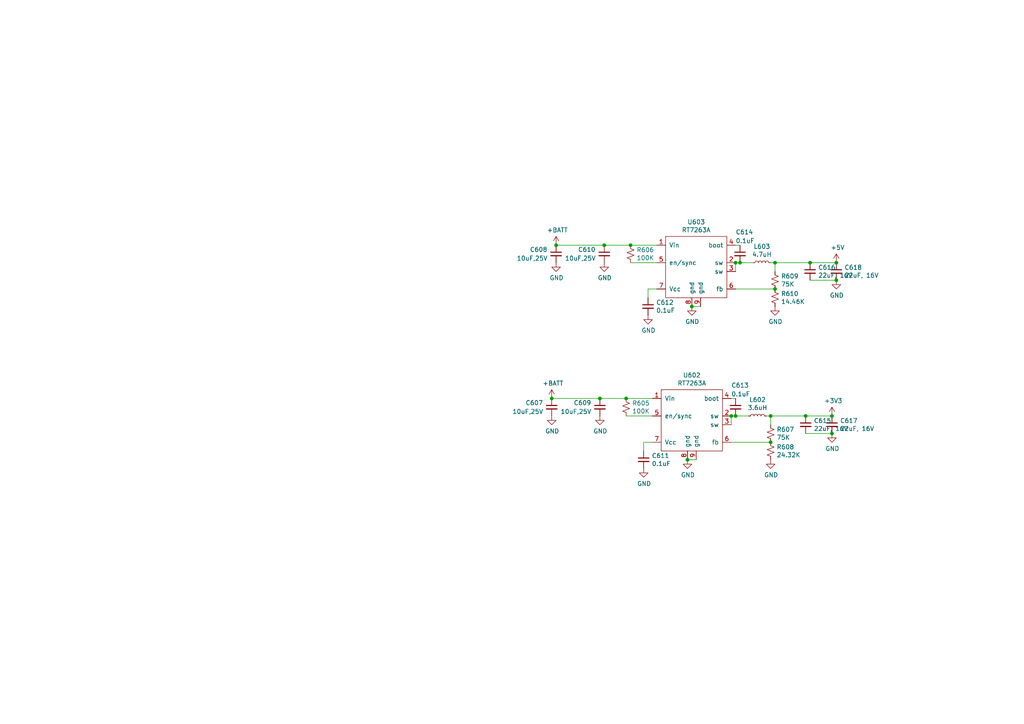
<source format=kicad_sch>
(kicad_sch (version 20210621) (generator eeschema)

  (uuid 69ba209c-e1b0-417f-ad66-52d32518dde4)

  (paper "A4")

  (lib_symbols
    (symbol "Device:C_Small" (pin_numbers hide) (pin_names (offset 0.254) hide) (in_bom yes) (on_board yes)
      (property "Reference" "C" (id 0) (at 0.254 1.778 0)
        (effects (font (size 1.27 1.27)) (justify left))
      )
      (property "Value" "C_Small" (id 1) (at 0.254 -2.032 0)
        (effects (font (size 1.27 1.27)) (justify left))
      )
      (property "Footprint" "" (id 2) (at 0 0 0)
        (effects (font (size 1.27 1.27)) hide)
      )
      (property "Datasheet" "~" (id 3) (at 0 0 0)
        (effects (font (size 1.27 1.27)) hide)
      )
      (property "ki_keywords" "capacitor cap" (id 4) (at 0 0 0)
        (effects (font (size 1.27 1.27)) hide)
      )
      (property "ki_description" "Unpolarized capacitor, small symbol" (id 5) (at 0 0 0)
        (effects (font (size 1.27 1.27)) hide)
      )
      (property "ki_fp_filters" "C_*" (id 6) (at 0 0 0)
        (effects (font (size 1.27 1.27)) hide)
      )
      (symbol "C_Small_0_1"
        (polyline
          (pts
            (xy -1.524 -0.508)
            (xy 1.524 -0.508)
          )
          (stroke (width 0.3302) (type default) (color 0 0 0 0))
          (fill (type none))
        )
        (polyline
          (pts
            (xy -1.524 0.508)
            (xy 1.524 0.508)
          )
          (stroke (width 0.3048) (type default) (color 0 0 0 0))
          (fill (type none))
        )
      )
      (symbol "C_Small_1_1"
        (pin passive line (at 0 2.54 270) (length 2.032)
          (name "~" (effects (font (size 1.27 1.27))))
          (number "1" (effects (font (size 1.27 1.27))))
        )
        (pin passive line (at 0 -2.54 90) (length 2.032)
          (name "~" (effects (font (size 1.27 1.27))))
          (number "2" (effects (font (size 1.27 1.27))))
        )
      )
    )
    (symbol "Device:L_Small" (pin_numbers hide) (pin_names (offset 0.254) hide) (in_bom yes) (on_board yes)
      (property "Reference" "L" (id 0) (at 0.762 1.016 0)
        (effects (font (size 1.27 1.27)) (justify left))
      )
      (property "Value" "L_Small" (id 1) (at 0.762 -1.016 0)
        (effects (font (size 1.27 1.27)) (justify left))
      )
      (property "Footprint" "" (id 2) (at 0 0 0)
        (effects (font (size 1.27 1.27)) hide)
      )
      (property "Datasheet" "~" (id 3) (at 0 0 0)
        (effects (font (size 1.27 1.27)) hide)
      )
      (property "ki_keywords" "inductor choke coil reactor magnetic" (id 4) (at 0 0 0)
        (effects (font (size 1.27 1.27)) hide)
      )
      (property "ki_description" "Inductor, small symbol" (id 5) (at 0 0 0)
        (effects (font (size 1.27 1.27)) hide)
      )
      (property "ki_fp_filters" "Choke_* *Coil* Inductor_* L_*" (id 6) (at 0 0 0)
        (effects (font (size 1.27 1.27)) hide)
      )
      (symbol "L_Small_0_1"
        (arc (start 0 -2.032) (mid 0.508 -1.524) (end 0 -1.016)
          (stroke (width 0) (type default) (color 0 0 0 0))
          (fill (type none))
        )
        (arc (start 0 -1.016) (mid 0.508 -0.508) (end 0 0)
          (stroke (width 0) (type default) (color 0 0 0 0))
          (fill (type none))
        )
        (arc (start 0 0) (mid 0.508 0.508) (end 0 1.016)
          (stroke (width 0) (type default) (color 0 0 0 0))
          (fill (type none))
        )
        (arc (start 0 1.016) (mid 0.508 1.524) (end 0 2.032)
          (stroke (width 0) (type default) (color 0 0 0 0))
          (fill (type none))
        )
      )
      (symbol "L_Small_1_1"
        (pin passive line (at 0 2.54 270) (length 0.508)
          (name "~" (effects (font (size 1.27 1.27))))
          (number "1" (effects (font (size 1.27 1.27))))
        )
        (pin passive line (at 0 -2.54 90) (length 0.508)
          (name "~" (effects (font (size 1.27 1.27))))
          (number "2" (effects (font (size 1.27 1.27))))
        )
      )
    )
    (symbol "Device:R_Small_US" (pin_numbers hide) (pin_names (offset 0.254) hide) (in_bom yes) (on_board yes)
      (property "Reference" "R" (id 0) (at 0.762 0.508 0)
        (effects (font (size 1.27 1.27)) (justify left))
      )
      (property "Value" "R_Small_US" (id 1) (at 0.762 -1.016 0)
        (effects (font (size 1.27 1.27)) (justify left))
      )
      (property "Footprint" "" (id 2) (at 0 0 0)
        (effects (font (size 1.27 1.27)) hide)
      )
      (property "Datasheet" "~" (id 3) (at 0 0 0)
        (effects (font (size 1.27 1.27)) hide)
      )
      (property "ki_keywords" "r resistor" (id 4) (at 0 0 0)
        (effects (font (size 1.27 1.27)) hide)
      )
      (property "ki_description" "Resistor, small US symbol" (id 5) (at 0 0 0)
        (effects (font (size 1.27 1.27)) hide)
      )
      (property "ki_fp_filters" "R_*" (id 6) (at 0 0 0)
        (effects (font (size 1.27 1.27)) hide)
      )
      (symbol "R_Small_US_1_1"
        (polyline
          (pts
            (xy 0 0)
            (xy 1.016 -0.381)
            (xy 0 -0.762)
            (xy -1.016 -1.143)
            (xy 0 -1.524)
          )
          (stroke (width 0) (type default) (color 0 0 0 0))
          (fill (type none))
        )
        (polyline
          (pts
            (xy 0 1.524)
            (xy 1.016 1.143)
            (xy 0 0.762)
            (xy -1.016 0.381)
            (xy 0 0)
          )
          (stroke (width 0) (type default) (color 0 0 0 0))
          (fill (type none))
        )
        (pin passive line (at 0 2.54 270) (length 1.016)
          (name "~" (effects (font (size 1.27 1.27))))
          (number "1" (effects (font (size 1.27 1.27))))
        )
        (pin passive line (at 0 -2.54 90) (length 1.016)
          (name "~" (effects (font (size 1.27 1.27))))
          (number "2" (effects (font (size 1.27 1.27))))
        )
      )
    )
    (symbol "holo:RT7263A" (pin_names (offset 1.016)) (in_bom yes) (on_board yes)
      (property "Reference" "U" (id 0) (at -2.54 15.24 0)
        (effects (font (size 1.27 1.27)))
      )
      (property "Value" "RT7263A" (id 1) (at 1.27 12.7 0)
        (effects (font (size 1.27 1.27)))
      )
      (property "Footprint" "" (id 2) (at 0 0 0)
        (effects (font (size 1.27 1.27)) hide)
      )
      (property "Datasheet" "" (id 3) (at 0 0 0)
        (effects (font (size 1.27 1.27)) hide)
      )
      (symbol "RT7263A_0_1"
        (rectangle (start -6.35 8.89) (end 11.43 -8.89)
          (stroke (width 0) (type default) (color 0 0 0 0))
          (fill (type none))
        )
      )
      (symbol "RT7263A_1_1"
        (pin power_in line (at -8.89 6.35 0) (length 2.54)
          (name "Vin" (effects (font (size 1.27 1.27))))
          (number "1" (effects (font (size 1.27 1.27))))
        )
        (pin power_in line (at 13.97 1.27 180) (length 2.54)
          (name "sw" (effects (font (size 1.27 1.27))))
          (number "2" (effects (font (size 1.27 1.27))))
        )
        (pin power_out line (at 13.97 -1.27 180) (length 2.54)
          (name "sw" (effects (font (size 1.27 1.27))))
          (number "3" (effects (font (size 1.27 1.27))))
        )
        (pin power_out line (at 13.97 6.35 180) (length 2.54)
          (name "boot" (effects (font (size 1.27 1.27))))
          (number "4" (effects (font (size 1.27 1.27))))
        )
        (pin power_out line (at -8.89 1.27 0) (length 2.54)
          (name "en/sync" (effects (font (size 1.27 1.27))))
          (number "5" (effects (font (size 1.27 1.27))))
        )
        (pin power_out line (at 13.97 -6.35 180) (length 2.54)
          (name "fb" (effects (font (size 1.27 1.27))))
          (number "6" (effects (font (size 1.27 1.27))))
        )
        (pin power_out line (at -8.89 -6.35 0) (length 2.54)
          (name "Vcc" (effects (font (size 1.27 1.27))))
          (number "7" (effects (font (size 1.27 1.27))))
        )
        (pin power_out line (at 1.27 -11.43 90) (length 2.54)
          (name "gnd" (effects (font (size 1.27 1.27))))
          (number "8" (effects (font (size 1.27 1.27))))
        )
        (pin power_out line (at 3.81 -11.43 90) (length 2.54)
          (name "gnd" (effects (font (size 1.27 1.27))))
          (number "9" (effects (font (size 1.27 1.27))))
        )
      )
    )
    (symbol "power:+3.3V" (power) (pin_names (offset 0)) (in_bom yes) (on_board yes)
      (property "Reference" "#PWR" (id 0) (at 0 -3.81 0)
        (effects (font (size 1.27 1.27)) hide)
      )
      (property "Value" "+3.3V" (id 1) (at 0 3.556 0)
        (effects (font (size 1.27 1.27)))
      )
      (property "Footprint" "" (id 2) (at 0 0 0)
        (effects (font (size 1.27 1.27)) hide)
      )
      (property "Datasheet" "" (id 3) (at 0 0 0)
        (effects (font (size 1.27 1.27)) hide)
      )
      (property "ki_keywords" "power-flag" (id 4) (at 0 0 0)
        (effects (font (size 1.27 1.27)) hide)
      )
      (property "ki_description" "Power symbol creates a global label with name \"+3.3V\"" (id 5) (at 0 0 0)
        (effects (font (size 1.27 1.27)) hide)
      )
      (symbol "+3.3V_0_1"
        (polyline
          (pts
            (xy -0.762 1.27)
            (xy 0 2.54)
          )
          (stroke (width 0) (type default) (color 0 0 0 0))
          (fill (type none))
        )
        (polyline
          (pts
            (xy 0 0)
            (xy 0 2.54)
          )
          (stroke (width 0) (type default) (color 0 0 0 0))
          (fill (type none))
        )
        (polyline
          (pts
            (xy 0 2.54)
            (xy 0.762 1.27)
          )
          (stroke (width 0) (type default) (color 0 0 0 0))
          (fill (type none))
        )
      )
      (symbol "+3.3V_1_1"
        (pin power_in line (at 0 0 90) (length 0) hide
          (name "+3V3" (effects (font (size 1.27 1.27))))
          (number "1" (effects (font (size 1.27 1.27))))
        )
      )
    )
    (symbol "power:+5V" (power) (pin_names (offset 0)) (in_bom yes) (on_board yes)
      (property "Reference" "#PWR" (id 0) (at 0 -3.81 0)
        (effects (font (size 1.27 1.27)) hide)
      )
      (property "Value" "+5V" (id 1) (at 0 3.556 0)
        (effects (font (size 1.27 1.27)))
      )
      (property "Footprint" "" (id 2) (at 0 0 0)
        (effects (font (size 1.27 1.27)) hide)
      )
      (property "Datasheet" "" (id 3) (at 0 0 0)
        (effects (font (size 1.27 1.27)) hide)
      )
      (property "ki_keywords" "power-flag" (id 4) (at 0 0 0)
        (effects (font (size 1.27 1.27)) hide)
      )
      (property "ki_description" "Power symbol creates a global label with name \"+5V\"" (id 5) (at 0 0 0)
        (effects (font (size 1.27 1.27)) hide)
      )
      (symbol "+5V_0_1"
        (polyline
          (pts
            (xy -0.762 1.27)
            (xy 0 2.54)
          )
          (stroke (width 0) (type default) (color 0 0 0 0))
          (fill (type none))
        )
        (polyline
          (pts
            (xy 0 0)
            (xy 0 2.54)
          )
          (stroke (width 0) (type default) (color 0 0 0 0))
          (fill (type none))
        )
        (polyline
          (pts
            (xy 0 2.54)
            (xy 0.762 1.27)
          )
          (stroke (width 0) (type default) (color 0 0 0 0))
          (fill (type none))
        )
      )
      (symbol "+5V_1_1"
        (pin power_in line (at 0 0 90) (length 0) hide
          (name "+5V" (effects (font (size 1.27 1.27))))
          (number "1" (effects (font (size 1.27 1.27))))
        )
      )
    )
    (symbol "power:+BATT" (power) (pin_names (offset 0)) (in_bom yes) (on_board yes)
      (property "Reference" "#PWR" (id 0) (at 0 -3.81 0)
        (effects (font (size 1.27 1.27)) hide)
      )
      (property "Value" "+BATT" (id 1) (at 0 3.556 0)
        (effects (font (size 1.27 1.27)))
      )
      (property "Footprint" "" (id 2) (at 0 0 0)
        (effects (font (size 1.27 1.27)) hide)
      )
      (property "Datasheet" "" (id 3) (at 0 0 0)
        (effects (font (size 1.27 1.27)) hide)
      )
      (property "ki_keywords" "power-flag battery" (id 4) (at 0 0 0)
        (effects (font (size 1.27 1.27)) hide)
      )
      (property "ki_description" "Power symbol creates a global label with name \"+BATT\"" (id 5) (at 0 0 0)
        (effects (font (size 1.27 1.27)) hide)
      )
      (symbol "+BATT_0_1"
        (polyline
          (pts
            (xy -0.762 1.27)
            (xy 0 2.54)
          )
          (stroke (width 0) (type default) (color 0 0 0 0))
          (fill (type none))
        )
        (polyline
          (pts
            (xy 0 0)
            (xy 0 2.54)
          )
          (stroke (width 0) (type default) (color 0 0 0 0))
          (fill (type none))
        )
        (polyline
          (pts
            (xy 0 2.54)
            (xy 0.762 1.27)
          )
          (stroke (width 0) (type default) (color 0 0 0 0))
          (fill (type none))
        )
      )
      (symbol "+BATT_1_1"
        (pin power_in line (at 0 0 90) (length 0) hide
          (name "+BATT" (effects (font (size 1.27 1.27))))
          (number "1" (effects (font (size 1.27 1.27))))
        )
      )
    )
    (symbol "power:GND" (power) (pin_names (offset 0)) (in_bom yes) (on_board yes)
      (property "Reference" "#PWR" (id 0) (at 0 -6.35 0)
        (effects (font (size 1.27 1.27)) hide)
      )
      (property "Value" "GND" (id 1) (at 0 -3.81 0)
        (effects (font (size 1.27 1.27)))
      )
      (property "Footprint" "" (id 2) (at 0 0 0)
        (effects (font (size 1.27 1.27)) hide)
      )
      (property "Datasheet" "" (id 3) (at 0 0 0)
        (effects (font (size 1.27 1.27)) hide)
      )
      (property "ki_keywords" "power-flag" (id 4) (at 0 0 0)
        (effects (font (size 1.27 1.27)) hide)
      )
      (property "ki_description" "Power symbol creates a global label with name \"GND\" , ground" (id 5) (at 0 0 0)
        (effects (font (size 1.27 1.27)) hide)
      )
      (symbol "GND_0_1"
        (polyline
          (pts
            (xy 0 0)
            (xy 0 -1.27)
            (xy 1.27 -1.27)
            (xy 0 -2.54)
            (xy -1.27 -1.27)
            (xy 0 -1.27)
          )
          (stroke (width 0) (type default) (color 0 0 0 0))
          (fill (type none))
        )
      )
      (symbol "GND_1_1"
        (pin power_in line (at 0 0 270) (length 0) hide
          (name "GND" (effects (font (size 1.27 1.27))))
          (number "1" (effects (font (size 1.27 1.27))))
        )
      )
    )
  )

  (junction (at 160.02 115.57) (diameter 0) (color 0 0 0 0))
  (junction (at 161.29 71.12) (diameter 0) (color 0 0 0 0))
  (junction (at 173.99 115.57) (diameter 0) (color 0 0 0 0))
  (junction (at 175.26 71.12) (diameter 0) (color 0 0 0 0))
  (junction (at 181.61 115.57) (diameter 0) (color 0 0 0 0))
  (junction (at 182.88 71.12) (diameter 0) (color 0 0 0 0))
  (junction (at 199.39 133.35) (diameter 0) (color 0 0 0 0))
  (junction (at 200.66 88.9) (diameter 0) (color 0 0 0 0))
  (junction (at 212.09 120.65) (diameter 0) (color 0 0 0 0))
  (junction (at 213.36 76.2) (diameter 0) (color 0 0 0 0))
  (junction (at 213.36 120.65) (diameter 0) (color 0 0 0 0))
  (junction (at 214.63 76.2) (diameter 0) (color 0 0 0 0))
  (junction (at 223.52 120.65) (diameter 0) (color 0 0 0 0))
  (junction (at 223.52 128.27) (diameter 0) (color 0 0 0 0))
  (junction (at 224.79 76.2) (diameter 0) (color 0 0 0 0))
  (junction (at 224.79 83.82) (diameter 0) (color 0 0 0 0))
  (junction (at 233.68 120.65) (diameter 0) (color 0 0 0 0))
  (junction (at 234.95 76.2) (diameter 0) (color 0 0 0 0))
  (junction (at 241.3 120.65) (diameter 0) (color 0 0 0 0))
  (junction (at 241.3 125.73) (diameter 0) (color 0 0 0 0))
  (junction (at 242.57 76.2) (diameter 0) (color 0 0 0 0))
  (junction (at 242.57 81.28) (diameter 0) (color 0 0 0 0))

  (wire (pts (xy 160.02 115.57) (xy 173.99 115.57))
    (stroke (width 0) (type default) (color 0 0 0 0))
    (uuid 7b8b49ed-494f-468b-91c2-1089b553a9ca)
  )
  (wire (pts (xy 173.99 115.57) (xy 181.61 115.57))
    (stroke (width 0) (type default) (color 0 0 0 0))
    (uuid ea4b9fcf-a72c-484c-a462-ed3b700f41b6)
  )
  (wire (pts (xy 175.26 71.12) (xy 161.29 71.12))
    (stroke (width 0) (type default) (color 0 0 0 0))
    (uuid a197c694-1bb5-453e-ae36-26307d95d6b0)
  )
  (wire (pts (xy 175.26 71.12) (xy 182.88 71.12))
    (stroke (width 0) (type default) (color 0 0 0 0))
    (uuid 487885de-c8e8-42b7-9343-817b7c8831e2)
  )
  (wire (pts (xy 181.61 115.57) (xy 189.23 115.57))
    (stroke (width 0) (type default) (color 0 0 0 0))
    (uuid d3c165d7-284e-4ed8-b4d1-375c39a802c1)
  )
  (wire (pts (xy 181.61 120.65) (xy 189.23 120.65))
    (stroke (width 0) (type default) (color 0 0 0 0))
    (uuid 335df8f3-3c70-4256-8958-3cc2705c9ab9)
  )
  (wire (pts (xy 182.88 71.12) (xy 190.5 71.12))
    (stroke (width 0) (type default) (color 0 0 0 0))
    (uuid 86c81648-4a71-4b47-a001-30d732297d58)
  )
  (wire (pts (xy 182.88 76.2) (xy 190.5 76.2))
    (stroke (width 0) (type default) (color 0 0 0 0))
    (uuid 9a9ec2b2-eb42-43d5-94ba-e6a7ae576247)
  )
  (wire (pts (xy 186.69 128.27) (xy 186.69 130.81))
    (stroke (width 0) (type default) (color 0 0 0 0))
    (uuid e3e68aa1-83a0-4d2a-872e-24957d685dc8)
  )
  (wire (pts (xy 187.96 83.82) (xy 187.96 86.36))
    (stroke (width 0) (type default) (color 0 0 0 0))
    (uuid 168f72b2-e5cf-4cf9-acbd-1cc7bd3b50ba)
  )
  (wire (pts (xy 189.23 128.27) (xy 186.69 128.27))
    (stroke (width 0) (type default) (color 0 0 0 0))
    (uuid f2fbbb43-cafa-4345-82f1-76b9ae2cb47a)
  )
  (wire (pts (xy 190.5 83.82) (xy 187.96 83.82))
    (stroke (width 0) (type default) (color 0 0 0 0))
    (uuid 435bfb5f-7c9a-4934-9238-68bdba5b9fdc)
  )
  (wire (pts (xy 199.39 133.35) (xy 201.93 133.35))
    (stroke (width 0) (type default) (color 0 0 0 0))
    (uuid 82490c91-c49c-40eb-aebe-7e6a00e9cc6f)
  )
  (wire (pts (xy 200.66 88.9) (xy 203.2 88.9))
    (stroke (width 0) (type default) (color 0 0 0 0))
    (uuid f20e4137-281e-4235-97fc-6760caa11526)
  )
  (wire (pts (xy 212.09 115.57) (xy 213.36 115.57))
    (stroke (width 0) (type default) (color 0 0 0 0))
    (uuid f4516f6b-b7e8-4143-b4ae-54ed2813fc92)
  )
  (wire (pts (xy 212.09 120.65) (xy 213.36 120.65))
    (stroke (width 0) (type default) (color 0 0 0 0))
    (uuid 7cf72008-9d40-4b73-a813-793c2b9e7a47)
  )
  (wire (pts (xy 212.09 123.19) (xy 212.09 120.65))
    (stroke (width 0) (type default) (color 0 0 0 0))
    (uuid 9c0902f6-e54c-4b21-8be7-997fa2655885)
  )
  (wire (pts (xy 212.09 128.27) (xy 223.52 128.27))
    (stroke (width 0) (type default) (color 0 0 0 0))
    (uuid a07bf67e-f821-4529-bb0a-5e9b52719cd4)
  )
  (wire (pts (xy 213.36 71.12) (xy 214.63 71.12))
    (stroke (width 0) (type default) (color 0 0 0 0))
    (uuid 26e18755-5ad9-4f20-b538-dd16513d2654)
  )
  (wire (pts (xy 213.36 76.2) (xy 214.63 76.2))
    (stroke (width 0) (type default) (color 0 0 0 0))
    (uuid 757d33f5-ad35-4909-bf96-c8ed930a2c11)
  )
  (wire (pts (xy 213.36 78.74) (xy 213.36 76.2))
    (stroke (width 0) (type default) (color 0 0 0 0))
    (uuid 71f74002-1810-490f-a8c1-7d73b1680ab4)
  )
  (wire (pts (xy 213.36 83.82) (xy 224.79 83.82))
    (stroke (width 0) (type default) (color 0 0 0 0))
    (uuid f6cc6d5c-ce55-4050-b749-aa6273077f1e)
  )
  (wire (pts (xy 213.36 120.65) (xy 217.17 120.65))
    (stroke (width 0) (type default) (color 0 0 0 0))
    (uuid bb9ac7c7-33f4-46b1-9a38-aaea41de5cd1)
  )
  (wire (pts (xy 214.63 76.2) (xy 218.44 76.2))
    (stroke (width 0) (type default) (color 0 0 0 0))
    (uuid cff8d008-df22-4929-acb2-0a6e32a13c51)
  )
  (wire (pts (xy 222.25 120.65) (xy 223.52 120.65))
    (stroke (width 0) (type default) (color 0 0 0 0))
    (uuid a89489ad-2886-405b-8ed7-5a6b5383c8b5)
  )
  (wire (pts (xy 223.52 76.2) (xy 224.79 76.2))
    (stroke (width 0) (type default) (color 0 0 0 0))
    (uuid e741d8a4-cec8-4d70-baf0-76cffcf40065)
  )
  (wire (pts (xy 223.52 120.65) (xy 233.68 120.65))
    (stroke (width 0) (type default) (color 0 0 0 0))
    (uuid e80f7e7d-3189-4fa0-8fbc-7347c4428fa1)
  )
  (wire (pts (xy 223.52 123.19) (xy 223.52 120.65))
    (stroke (width 0) (type default) (color 0 0 0 0))
    (uuid 216bf620-050c-4356-a018-e0d6504a36ba)
  )
  (wire (pts (xy 224.79 76.2) (xy 234.95 76.2))
    (stroke (width 0) (type default) (color 0 0 0 0))
    (uuid aa06681a-da07-44d7-a818-ce5e920a26a5)
  )
  (wire (pts (xy 224.79 78.74) (xy 224.79 76.2))
    (stroke (width 0) (type default) (color 0 0 0 0))
    (uuid 85733af8-0978-40ae-92b9-8eb3db0b0500)
  )
  (wire (pts (xy 233.68 120.65) (xy 241.3 120.65))
    (stroke (width 0) (type default) (color 0 0 0 0))
    (uuid 10ad4194-0882-435d-8243-5ff6dd54b589)
  )
  (wire (pts (xy 233.68 125.73) (xy 241.3 125.73))
    (stroke (width 0) (type default) (color 0 0 0 0))
    (uuid 657c7046-89b5-48ba-bfb9-8232dad77716)
  )
  (wire (pts (xy 234.95 76.2) (xy 242.57 76.2))
    (stroke (width 0) (type default) (color 0 0 0 0))
    (uuid bb8ffd64-fa04-4b20-8d2d-6d1c0d57ec70)
  )
  (wire (pts (xy 234.95 81.28) (xy 242.57 81.28))
    (stroke (width 0) (type default) (color 0 0 0 0))
    (uuid bf99726b-2869-42b3-a608-cced1c834743)
  )

  (symbol (lib_id "power:+BATT") (at 160.02 115.57 0) (unit 1)
    (in_bom yes) (on_board yes)
    (uuid 00000000-0000-0000-0000-000061d84461)
    (property "Reference" "#PWR0609" (id 0) (at 160.02 119.38 0)
      (effects (font (size 1.27 1.27)) hide)
    )
    (property "Value" "+BATT" (id 1) (at 160.401 111.1758 0))
    (property "Footprint" "" (id 2) (at 160.02 115.57 0)
      (effects (font (size 1.27 1.27)) hide)
    )
    (property "Datasheet" "" (id 3) (at 160.02 115.57 0)
      (effects (font (size 1.27 1.27)) hide)
    )
    (pin "1" (uuid 8a8495f2-ab6d-4645-bae7-99d10c00fb2a))
  )

  (symbol (lib_id "power:+BATT") (at 161.29 71.12 0) (unit 1)
    (in_bom yes) (on_board yes)
    (uuid 00000000-0000-0000-0000-000061d84867)
    (property "Reference" "#PWR0611" (id 0) (at 161.29 74.93 0)
      (effects (font (size 1.27 1.27)) hide)
    )
    (property "Value" "+BATT" (id 1) (at 161.671 66.7258 0))
    (property "Footprint" "" (id 2) (at 161.29 71.12 0)
      (effects (font (size 1.27 1.27)) hide)
    )
    (property "Datasheet" "" (id 3) (at 161.29 71.12 0)
      (effects (font (size 1.27 1.27)) hide)
    )
    (pin "1" (uuid 20d97a87-79b0-4bd2-a47b-5d908853a1f9))
  )

  (symbol (lib_id "power:+3.3V") (at 241.3 120.65 0) (unit 1)
    (in_bom yes) (on_board yes)
    (uuid 00000000-0000-0000-0000-000061d8353c)
    (property "Reference" "#PWR0621" (id 0) (at 241.3 124.46 0)
      (effects (font (size 1.27 1.27)) hide)
    )
    (property "Value" "+3.3V" (id 1) (at 241.681 116.2558 0))
    (property "Footprint" "" (id 2) (at 241.3 120.65 0)
      (effects (font (size 1.27 1.27)) hide)
    )
    (property "Datasheet" "" (id 3) (at 241.3 120.65 0)
      (effects (font (size 1.27 1.27)) hide)
    )
    (pin "1" (uuid 0fdfccbd-2cad-4f53-9c6c-d0aeda1f4617))
  )

  (symbol (lib_id "power:+5V") (at 242.57 76.2 0) (unit 1)
    (in_bom yes) (on_board yes)
    (uuid 00000000-0000-0000-0000-0000601201b8)
    (property "Reference" "#PWR0623" (id 0) (at 242.57 80.01 0)
      (effects (font (size 1.27 1.27)) hide)
    )
    (property "Value" "+5V" (id 1) (at 242.951 71.8058 0))
    (property "Footprint" "" (id 2) (at 242.57 76.2 0)
      (effects (font (size 1.27 1.27)) hide)
    )
    (property "Datasheet" "" (id 3) (at 242.57 76.2 0)
      (effects (font (size 1.27 1.27)) hide)
    )
    (pin "1" (uuid 6c988b0e-584f-42d3-862c-d3487c9ee8ea))
  )

  (symbol (lib_id "Device:L_Small") (at 219.71 120.65 90) (unit 1)
    (in_bom yes) (on_board yes)
    (uuid 00000000-0000-0000-0000-00005fb83d34)
    (property "Reference" "L602" (id 0) (at 219.71 115.951 90))
    (property "Value" "3.6uH" (id 1) (at 219.71 118.2624 90))
    (property "Footprint" "sub:NR8040" (id 2) (at 219.71 120.65 0)
      (effects (font (size 1.27 1.27)) hide)
    )
    (property "Datasheet" "587-1998-1-ND" (id 3) (at 219.71 120.65 0)
      (effects (font (size 1.27 1.27)) hide)
    )
    (pin "1" (uuid 6201ca1a-8a0b-4509-ba89-50fd0ae26a36))
    (pin "2" (uuid 624987fd-4060-4efa-8a24-0793051e5c7c))
  )

  (symbol (lib_id "Device:L_Small") (at 220.98 76.2 90) (unit 1)
    (in_bom yes) (on_board yes)
    (uuid 00000000-0000-0000-0000-000060117266)
    (property "Reference" "L603" (id 0) (at 220.98 71.501 90))
    (property "Value" "4.7uH" (id 1) (at 220.98 73.8124 90))
    (property "Footprint" "sub:NR8040" (id 2) (at 220.98 76.2 0)
      (effects (font (size 1.27 1.27)) hide)
    )
    (property "Datasheet" "587-1999-1-ND" (id 3) (at 220.98 76.2 0)
      (effects (font (size 1.27 1.27)) hide)
    )
    (pin "1" (uuid 3a559379-a3e5-409c-9fe7-ef7e8722ae72))
    (pin "2" (uuid 82f5153f-5de3-4d71-b9e7-b0267c2d90c8))
  )

  (symbol (lib_id "power:GND") (at 160.02 120.65 0) (unit 1)
    (in_bom yes) (on_board yes)
    (uuid 00000000-0000-0000-0000-0000616b25e0)
    (property "Reference" "#PWR0610" (id 0) (at 160.02 127 0)
      (effects (font (size 1.27 1.27)) hide)
    )
    (property "Value" "GND" (id 1) (at 160.147 125.0442 0))
    (property "Footprint" "" (id 2) (at 160.02 120.65 0)
      (effects (font (size 1.27 1.27)) hide)
    )
    (property "Datasheet" "" (id 3) (at 160.02 120.65 0)
      (effects (font (size 1.27 1.27)) hide)
    )
    (pin "1" (uuid 58ac3452-9341-4842-a963-2e45e2a5a49e))
  )

  (symbol (lib_id "power:GND") (at 161.29 76.2 0) (unit 1)
    (in_bom yes) (on_board yes)
    (uuid 00000000-0000-0000-0000-0000616b1294)
    (property "Reference" "#PWR0612" (id 0) (at 161.29 82.55 0)
      (effects (font (size 1.27 1.27)) hide)
    )
    (property "Value" "GND" (id 1) (at 161.417 80.5942 0))
    (property "Footprint" "" (id 2) (at 161.29 76.2 0)
      (effects (font (size 1.27 1.27)) hide)
    )
    (property "Datasheet" "" (id 3) (at 161.29 76.2 0)
      (effects (font (size 1.27 1.27)) hide)
    )
    (pin "1" (uuid aa22be70-6c12-4719-bd3e-cb597031aed9))
  )

  (symbol (lib_id "power:GND") (at 173.99 120.65 0) (unit 1)
    (in_bom yes) (on_board yes)
    (uuid 00000000-0000-0000-0000-00005fb83d46)
    (property "Reference" "#PWR0613" (id 0) (at 173.99 127 0)
      (effects (font (size 1.27 1.27)) hide)
    )
    (property "Value" "GND" (id 1) (at 174.117 125.0442 0))
    (property "Footprint" "" (id 2) (at 173.99 120.65 0)
      (effects (font (size 1.27 1.27)) hide)
    )
    (property "Datasheet" "" (id 3) (at 173.99 120.65 0)
      (effects (font (size 1.27 1.27)) hide)
    )
    (pin "1" (uuid 785efb68-5746-4103-b038-4f6f3ac1c4f3))
  )

  (symbol (lib_id "power:GND") (at 175.26 76.2 0) (unit 1)
    (in_bom yes) (on_board yes)
    (uuid 00000000-0000-0000-0000-000060117278)
    (property "Reference" "#PWR0614" (id 0) (at 175.26 82.55 0)
      (effects (font (size 1.27 1.27)) hide)
    )
    (property "Value" "GND" (id 1) (at 175.387 80.5942 0))
    (property "Footprint" "" (id 2) (at 175.26 76.2 0)
      (effects (font (size 1.27 1.27)) hide)
    )
    (property "Datasheet" "" (id 3) (at 175.26 76.2 0)
      (effects (font (size 1.27 1.27)) hide)
    )
    (pin "1" (uuid 8a194bcc-6a37-4782-b589-e3bec0625714))
  )

  (symbol (lib_id "power:GND") (at 186.69 135.89 0) (unit 1)
    (in_bom yes) (on_board yes)
    (uuid 00000000-0000-0000-0000-00005fb83d73)
    (property "Reference" "#PWR0615" (id 0) (at 186.69 142.24 0)
      (effects (font (size 1.27 1.27)) hide)
    )
    (property "Value" "GND" (id 1) (at 186.817 140.2842 0))
    (property "Footprint" "" (id 2) (at 186.69 135.89 0)
      (effects (font (size 1.27 1.27)) hide)
    )
    (property "Datasheet" "" (id 3) (at 186.69 135.89 0)
      (effects (font (size 1.27 1.27)) hide)
    )
    (pin "1" (uuid 47c04a4f-a5fe-45df-9ba2-1b2cedd85340))
  )

  (symbol (lib_id "power:GND") (at 187.96 91.44 0) (unit 1)
    (in_bom yes) (on_board yes)
    (uuid 00000000-0000-0000-0000-00006011729e)
    (property "Reference" "#PWR0616" (id 0) (at 187.96 97.79 0)
      (effects (font (size 1.27 1.27)) hide)
    )
    (property "Value" "GND" (id 1) (at 188.087 95.8342 0))
    (property "Footprint" "" (id 2) (at 187.96 91.44 0)
      (effects (font (size 1.27 1.27)) hide)
    )
    (property "Datasheet" "" (id 3) (at 187.96 91.44 0)
      (effects (font (size 1.27 1.27)) hide)
    )
    (pin "1" (uuid 4e5a9e9e-0c09-44cb-a855-89ee3f2868c2))
  )

  (symbol (lib_id "power:GND") (at 199.39 133.35 0) (unit 1)
    (in_bom yes) (on_board yes)
    (uuid 00000000-0000-0000-0000-00005fb83d19)
    (property "Reference" "#PWR0617" (id 0) (at 199.39 139.7 0)
      (effects (font (size 1.27 1.27)) hide)
    )
    (property "Value" "GND" (id 1) (at 199.517 137.7442 0))
    (property "Footprint" "" (id 2) (at 199.39 133.35 0)
      (effects (font (size 1.27 1.27)) hide)
    )
    (property "Datasheet" "" (id 3) (at 199.39 133.35 0)
      (effects (font (size 1.27 1.27)) hide)
    )
    (pin "1" (uuid 3fdc235b-8a9b-4b7d-9cb8-65a03d2a5889))
  )

  (symbol (lib_id "power:GND") (at 200.66 88.9 0) (unit 1)
    (in_bom yes) (on_board yes)
    (uuid 00000000-0000-0000-0000-00006011724b)
    (property "Reference" "#PWR0618" (id 0) (at 200.66 95.25 0)
      (effects (font (size 1.27 1.27)) hide)
    )
    (property "Value" "GND" (id 1) (at 200.787 93.2942 0))
    (property "Footprint" "" (id 2) (at 200.66 88.9 0)
      (effects (font (size 1.27 1.27)) hide)
    )
    (property "Datasheet" "" (id 3) (at 200.66 88.9 0)
      (effects (font (size 1.27 1.27)) hide)
    )
    (pin "1" (uuid 29f26466-4e09-4ebd-a297-ef6752f11f99))
  )

  (symbol (lib_id "power:GND") (at 223.52 133.35 0) (unit 1)
    (in_bom yes) (on_board yes)
    (uuid 00000000-0000-0000-0000-00005fb83d2e)
    (property "Reference" "#PWR0619" (id 0) (at 223.52 139.7 0)
      (effects (font (size 1.27 1.27)) hide)
    )
    (property "Value" "GND" (id 1) (at 223.647 137.7442 0))
    (property "Footprint" "" (id 2) (at 223.52 133.35 0)
      (effects (font (size 1.27 1.27)) hide)
    )
    (property "Datasheet" "" (id 3) (at 223.52 133.35 0)
      (effects (font (size 1.27 1.27)) hide)
    )
    (pin "1" (uuid 2802e555-0322-47ce-9d7c-2c786965f768))
  )

  (symbol (lib_id "power:GND") (at 224.79 88.9 0) (unit 1)
    (in_bom yes) (on_board yes)
    (uuid 00000000-0000-0000-0000-000060117260)
    (property "Reference" "#PWR0620" (id 0) (at 224.79 95.25 0)
      (effects (font (size 1.27 1.27)) hide)
    )
    (property "Value" "GND" (id 1) (at 224.917 93.2942 0))
    (property "Footprint" "" (id 2) (at 224.79 88.9 0)
      (effects (font (size 1.27 1.27)) hide)
    )
    (property "Datasheet" "" (id 3) (at 224.79 88.9 0)
      (effects (font (size 1.27 1.27)) hide)
    )
    (pin "1" (uuid 38829a0c-cdef-4f64-acf0-53a38294851b))
  )

  (symbol (lib_id "power:GND") (at 241.3 125.73 0) (unit 1)
    (in_bom yes) (on_board yes)
    (uuid 00000000-0000-0000-0000-00005fb83d28)
    (property "Reference" "#PWR0622" (id 0) (at 241.3 132.08 0)
      (effects (font (size 1.27 1.27)) hide)
    )
    (property "Value" "GND" (id 1) (at 241.427 130.1242 0))
    (property "Footprint" "" (id 2) (at 241.3 125.73 0)
      (effects (font (size 1.27 1.27)) hide)
    )
    (property "Datasheet" "" (id 3) (at 241.3 125.73 0)
      (effects (font (size 1.27 1.27)) hide)
    )
    (pin "1" (uuid 2391a9e2-bb4c-4e6b-90c7-d9db188dd884))
  )

  (symbol (lib_id "power:GND") (at 242.57 81.28 0) (unit 1)
    (in_bom yes) (on_board yes)
    (uuid 00000000-0000-0000-0000-00006011725a)
    (property "Reference" "#PWR0624" (id 0) (at 242.57 87.63 0)
      (effects (font (size 1.27 1.27)) hide)
    )
    (property "Value" "GND" (id 1) (at 242.697 85.6742 0))
    (property "Footprint" "" (id 2) (at 242.57 81.28 0)
      (effects (font (size 1.27 1.27)) hide)
    )
    (property "Datasheet" "" (id 3) (at 242.57 81.28 0)
      (effects (font (size 1.27 1.27)) hide)
    )
    (pin "1" (uuid de430c1a-08d4-4c9a-8c9e-d9b4a5950e69))
  )

  (symbol (lib_id "Device:R_Small_US") (at 181.61 118.11 0) (unit 1)
    (in_bom yes) (on_board yes)
    (uuid 00000000-0000-0000-0000-00005fb83d89)
    (property "Reference" "R605" (id 0) (at 183.3372 116.9416 0)
      (effects (font (size 1.27 1.27)) (justify left))
    )
    (property "Value" "100K" (id 1) (at 183.3372 119.253 0)
      (effects (font (size 1.27 1.27)) (justify left))
    )
    (property "Footprint" "Resistor_SMD:R_0402_1005Metric" (id 2) (at 181.61 118.11 0)
      (effects (font (size 1.27 1.27)) hide)
    )
    (property "Datasheet" "RMCS0402JT100KCT-ND" (id 3) (at 181.61 118.11 0)
      (effects (font (size 1.27 1.27)) hide)
    )
    (pin "1" (uuid 0e592f7d-549f-4e5f-b3a8-572ee614f81a))
    (pin "2" (uuid 384319d3-6327-4c83-b3c2-912b6f241954))
  )

  (symbol (lib_id "Device:R_Small_US") (at 182.88 73.66 0) (unit 1)
    (in_bom yes) (on_board yes)
    (uuid 00000000-0000-0000-0000-0000601172b2)
    (property "Reference" "R606" (id 0) (at 184.6072 72.4916 0)
      (effects (font (size 1.27 1.27)) (justify left))
    )
    (property "Value" "100K" (id 1) (at 184.6072 74.803 0)
      (effects (font (size 1.27 1.27)) (justify left))
    )
    (property "Footprint" "Resistor_SMD:R_0402_1005Metric" (id 2) (at 182.88 73.66 0)
      (effects (font (size 1.27 1.27)) hide)
    )
    (property "Datasheet" "RMCS0402JT100KCT-ND" (id 3) (at 182.88 73.66 0)
      (effects (font (size 1.27 1.27)) hide)
    )
    (pin "1" (uuid c08e4542-56a6-40b4-9de0-30c17787c791))
    (pin "2" (uuid 7c11ebe5-6ac1-41fa-af58-0175e5c3ec7b))
  )

  (symbol (lib_id "Device:R_Small_US") (at 223.52 125.73 0) (unit 1)
    (in_bom yes) (on_board yes)
    (uuid 00000000-0000-0000-0000-00005fb83d40)
    (property "Reference" "R607" (id 0) (at 225.2472 124.5616 0)
      (effects (font (size 1.27 1.27)) (justify left))
    )
    (property "Value" "75K" (id 1) (at 225.2472 126.873 0)
      (effects (font (size 1.27 1.27)) (justify left))
    )
    (property "Footprint" "Resistor_SMD:R_0402_1005Metric" (id 2) (at 223.52 125.73 0)
      (effects (font (size 1.27 1.27)) hide)
    )
    (property "Datasheet" "541-5078-1-ND" (id 3) (at 223.52 125.73 0)
      (effects (font (size 1.27 1.27)) hide)
    )
    (pin "1" (uuid ceac5aa4-22e7-47c1-9f70-cba94d61dd5c))
    (pin "2" (uuid 90e68d59-8f5f-4134-a287-f549675c00f5))
  )

  (symbol (lib_id "Device:R_Small_US") (at 223.52 130.81 0) (unit 1)
    (in_bom yes) (on_board yes)
    (uuid 00000000-0000-0000-0000-00005fb83d3a)
    (property "Reference" "R608" (id 0) (at 225.2472 129.6416 0)
      (effects (font (size 1.27 1.27)) (justify left))
    )
    (property "Value" "24.32K" (id 1) (at 225.2472 131.953 0)
      (effects (font (size 1.27 1.27)) (justify left))
    )
    (property "Footprint" "Resistor_SMD:R_0402_1005Metric" (id 2) (at 223.52 130.81 0)
      (effects (font (size 1.27 1.27)) hide)
    )
    (property "Datasheet" "RMCF0402FT24K3CT-ND" (id 3) (at 223.52 130.81 0)
      (effects (font (size 1.27 1.27)) hide)
    )
    (pin "1" (uuid c76c4a07-7a39-42aa-bab0-45bf4e7e9e7d))
    (pin "2" (uuid 2e5ca908-776b-4f07-99c7-8b88bab993c3))
  )

  (symbol (lib_id "Device:R_Small_US") (at 224.79 81.28 0) (unit 1)
    (in_bom yes) (on_board yes)
    (uuid 00000000-0000-0000-0000-000060117272)
    (property "Reference" "R609" (id 0) (at 226.5172 80.1116 0)
      (effects (font (size 1.27 1.27)) (justify left))
    )
    (property "Value" "75K" (id 1) (at 226.5172 82.423 0)
      (effects (font (size 1.27 1.27)) (justify left))
    )
    (property "Footprint" "Resistor_SMD:R_0402_1005Metric" (id 2) (at 224.79 81.28 0)
      (effects (font (size 1.27 1.27)) hide)
    )
    (property "Datasheet" "541-5078-1-ND" (id 3) (at 224.79 81.28 0)
      (effects (font (size 1.27 1.27)) hide)
    )
    (pin "1" (uuid 7726063e-c971-4da4-a460-ab9dff6295dd))
    (pin "2" (uuid 4a1ee27f-4017-47de-812d-033e332f1e51))
  )

  (symbol (lib_id "Device:R_Small_US") (at 224.79 86.36 0) (unit 1)
    (in_bom yes) (on_board yes)
    (uuid 00000000-0000-0000-0000-00006011726c)
    (property "Reference" "R610" (id 0) (at 226.5172 85.1916 0)
      (effects (font (size 1.27 1.27)) (justify left))
    )
    (property "Value" "14.46K" (id 1) (at 226.5172 87.503 0)
      (effects (font (size 1.27 1.27)) (justify left))
    )
    (property "Footprint" "Resistor_SMD:R_0402_1005Metric" (id 2) (at 224.79 86.36 0)
      (effects (font (size 1.27 1.27)) hide)
    )
    (property "Datasheet" "541-4465-1-ND" (id 3) (at 224.79 86.36 0)
      (effects (font (size 1.27 1.27)) hide)
    )
    (pin "1" (uuid 0531e256-341f-4028-89fb-b31dc76c0e2b))
    (pin "2" (uuid 1dfe65f8-7222-4cd0-ad10-a630e839bdff))
  )

  (symbol (lib_id "Device:C_Small") (at 160.02 118.11 0) (unit 1)
    (in_bom yes) (on_board yes)
    (uuid 00000000-0000-0000-0000-0000616b0a1b)
    (property "Reference" "C607" (id 0) (at 152.4 116.84 0)
      (effects (font (size 1.27 1.27)) (justify left))
    )
    (property "Value" "10uF,25V" (id 1) (at 148.59 119.38 0)
      (effects (font (size 1.27 1.27)) (justify left))
    )
    (property "Footprint" "Capacitor_SMD:C_1206_3216Metric" (id 2) (at 160.02 118.11 0)
      (effects (font (size 1.27 1.27)) hide)
    )
    (property "Datasheet" "1276-1181-1-ND" (id 3) (at 160.02 118.11 0)
      (effects (font (size 1.27 1.27)) hide)
    )
    (pin "1" (uuid 3472937e-ecfa-4d5e-a479-9ba97103c787))
    (pin "2" (uuid 192b9664-87b6-47ac-bfc8-a94816154cc6))
  )

  (symbol (lib_id "Device:C_Small") (at 161.29 73.66 0) (unit 1)
    (in_bom yes) (on_board yes)
    (uuid 00000000-0000-0000-0000-0000616b0300)
    (property "Reference" "C608" (id 0) (at 153.67 72.39 0)
      (effects (font (size 1.27 1.27)) (justify left))
    )
    (property "Value" "10uF,25V" (id 1) (at 149.86 74.93 0)
      (effects (font (size 1.27 1.27)) (justify left))
    )
    (property "Footprint" "Capacitor_SMD:C_1206_3216Metric" (id 2) (at 161.29 73.66 0)
      (effects (font (size 1.27 1.27)) hide)
    )
    (property "Datasheet" "1276-1181-1-ND" (id 3) (at 161.29 73.66 0)
      (effects (font (size 1.27 1.27)) hide)
    )
    (pin "1" (uuid cd0acbf2-e836-48ed-a2a7-a2e5d1c97aa3))
    (pin "2" (uuid b86ed106-a97a-400c-b2aa-96fe5393c772))
  )

  (symbol (lib_id "Device:C_Small") (at 173.99 118.11 0) (unit 1)
    (in_bom yes) (on_board yes)
    (uuid 00000000-0000-0000-0000-0000616b05f6)
    (property "Reference" "C609" (id 0) (at 166.37 116.84 0)
      (effects (font (size 1.27 1.27)) (justify left))
    )
    (property "Value" "10uF,25V" (id 1) (at 162.56 119.38 0)
      (effects (font (size 1.27 1.27)) (justify left))
    )
    (property "Footprint" "Capacitor_SMD:C_1206_3216Metric" (id 2) (at 173.99 118.11 0)
      (effects (font (size 1.27 1.27)) hide)
    )
    (property "Datasheet" "1276-1181-1-ND" (id 3) (at 173.99 118.11 0)
      (effects (font (size 1.27 1.27)) hide)
    )
    (pin "1" (uuid 8e23ef50-a7da-4802-bf4e-db88a9b81d5f))
    (pin "2" (uuid 4e7947be-fee9-445d-88ad-71924790522f))
  )

  (symbol (lib_id "Device:C_Small") (at 175.26 73.66 0) (unit 1)
    (in_bom yes) (on_board yes)
    (uuid 00000000-0000-0000-0000-0000616afc41)
    (property "Reference" "C610" (id 0) (at 167.64 72.39 0)
      (effects (font (size 1.27 1.27)) (justify left))
    )
    (property "Value" "10uF,25V" (id 1) (at 163.83 74.93 0)
      (effects (font (size 1.27 1.27)) (justify left))
    )
    (property "Footprint" "Capacitor_SMD:C_1206_3216Metric" (id 2) (at 175.26 73.66 0)
      (effects (font (size 1.27 1.27)) hide)
    )
    (property "Datasheet" "1276-1181-1-ND" (id 3) (at 175.26 73.66 0)
      (effects (font (size 1.27 1.27)) hide)
    )
    (pin "1" (uuid 5189b7c2-e145-4b1f-9d83-2af475955eed))
    (pin "2" (uuid eb027262-e978-4be6-bd76-72e613211a2e))
  )

  (symbol (lib_id "Device:C_Small") (at 186.69 133.35 0) (unit 1)
    (in_bom yes) (on_board yes)
    (uuid 00000000-0000-0000-0000-00005fb83d11)
    (property "Reference" "C611" (id 0) (at 189.0268 132.1816 0)
      (effects (font (size 1.27 1.27)) (justify left))
    )
    (property "Value" "0.1uF" (id 1) (at 189.0268 134.493 0)
      (effects (font (size 1.27 1.27)) (justify left))
    )
    (property "Footprint" "Capacitor_SMD:C_0402_1005Metric" (id 2) (at 186.69 133.35 0)
      (effects (font (size 1.27 1.27)) hide)
    )
    (property "Datasheet" "1292-1630-1-ND" (id 3) (at 186.69 133.35 0)
      (effects (font (size 1.27 1.27)) hide)
    )
    (pin "1" (uuid 5a7f6d22-b680-4ab8-ad9b-1eec868ba177))
    (pin "2" (uuid 751eb52d-77e0-4519-bf89-275c06c296bd))
  )

  (symbol (lib_id "Device:C_Small") (at 187.96 88.9 0) (unit 1)
    (in_bom yes) (on_board yes)
    (uuid 00000000-0000-0000-0000-000060117243)
    (property "Reference" "C612" (id 0) (at 190.2968 87.7316 0)
      (effects (font (size 1.27 1.27)) (justify left))
    )
    (property "Value" "0.1uF" (id 1) (at 190.2968 90.043 0)
      (effects (font (size 1.27 1.27)) (justify left))
    )
    (property "Footprint" "Capacitor_SMD:C_0402_1005Metric" (id 2) (at 187.96 88.9 0)
      (effects (font (size 1.27 1.27)) hide)
    )
    (property "Datasheet" "1292-1630-1-ND" (id 3) (at 187.96 88.9 0)
      (effects (font (size 1.27 1.27)) hide)
    )
    (pin "1" (uuid 00360758-7ffb-45f2-a70f-e200eebad806))
    (pin "2" (uuid add0a669-ae47-483e-94b8-19b08a15d926))
  )

  (symbol (lib_id "Device:C_Small") (at 213.36 118.11 0) (unit 1)
    (in_bom yes) (on_board yes)
    (uuid 00000000-0000-0000-0000-00005fb83d79)
    (property "Reference" "C613" (id 0) (at 212.09 111.76 0)
      (effects (font (size 1.27 1.27)) (justify left))
    )
    (property "Value" "0.1uF" (id 1) (at 212.09 114.3 0)
      (effects (font (size 1.27 1.27)) (justify left))
    )
    (property "Footprint" "Capacitor_SMD:C_0402_1005Metric" (id 2) (at 213.36 118.11 0)
      (effects (font (size 1.27 1.27)) hide)
    )
    (property "Datasheet" "1292-1630-1-ND" (id 3) (at 213.36 118.11 0)
      (effects (font (size 1.27 1.27)) hide)
    )
    (pin "1" (uuid d4918a38-13b5-4545-98f5-78f0eb8595b8))
    (pin "2" (uuid 01cddfd4-0f3d-4a35-984a-b98fdbeb5a32))
  )

  (symbol (lib_id "Device:C_Small") (at 214.63 73.66 0) (unit 1)
    (in_bom yes) (on_board yes)
    (uuid 00000000-0000-0000-0000-0000601172a4)
    (property "Reference" "C614" (id 0) (at 213.36 67.31 0)
      (effects (font (size 1.27 1.27)) (justify left))
    )
    (property "Value" "0.1uF" (id 1) (at 213.36 69.85 0)
      (effects (font (size 1.27 1.27)) (justify left))
    )
    (property "Footprint" "Capacitor_SMD:C_0402_1005Metric" (id 2) (at 214.63 73.66 0)
      (effects (font (size 1.27 1.27)) hide)
    )
    (property "Datasheet" "1292-1630-1-ND" (id 3) (at 214.63 73.66 0)
      (effects (font (size 1.27 1.27)) hide)
    )
    (pin "1" (uuid 0dc9ee44-d014-4790-9ceb-582d55623c4b))
    (pin "2" (uuid 319a62a2-8f26-4e84-be78-dcbe28b5540e))
  )

  (symbol (lib_id "Device:C_Small") (at 233.68 123.19 0) (unit 1)
    (in_bom yes) (on_board yes)
    (uuid 00000000-0000-0000-0000-00005fb83d59)
    (property "Reference" "C615" (id 0) (at 236.0168 122.0216 0)
      (effects (font (size 1.27 1.27)) (justify left))
    )
    (property "Value" "22uF, 16V" (id 1) (at 236.0168 124.333 0)
      (effects (font (size 1.27 1.27)) (justify left))
    )
    (property "Footprint" "Capacitor_SMD:C_1210_3225Metric" (id 2) (at 233.68 123.19 0)
      (effects (font (size 1.27 1.27)) hide)
    )
    (property "Datasheet" "1276-1851-1-ND" (id 3) (at 233.68 123.19 0)
      (effects (font (size 1.27 1.27)) hide)
    )
    (pin "1" (uuid b6ad634c-6e87-4a0e-a0b2-8f7770ca85f5))
    (pin "2" (uuid 48f06dde-2e30-4820-ac3e-c53696383b84))
  )

  (symbol (lib_id "Device:C_Small") (at 234.95 78.74 0) (unit 1)
    (in_bom yes) (on_board yes)
    (uuid 00000000-0000-0000-0000-00006011728b)
    (property "Reference" "C616" (id 0) (at 237.2868 77.5716 0)
      (effects (font (size 1.27 1.27)) (justify left))
    )
    (property "Value" "22uF, 16V" (id 1) (at 237.2868 79.883 0)
      (effects (font (size 1.27 1.27)) (justify left))
    )
    (property "Footprint" "Capacitor_SMD:C_1210_3225Metric" (id 2) (at 234.95 78.74 0)
      (effects (font (size 1.27 1.27)) hide)
    )
    (property "Datasheet" "1276-1851-1-ND" (id 3) (at 234.95 78.74 0)
      (effects (font (size 1.27 1.27)) hide)
    )
    (pin "1" (uuid 4789ce9b-f7fb-467b-925f-5a9c30687e0d))
    (pin "2" (uuid 4e39c08e-4d88-4910-8498-f6419c807b01))
  )

  (symbol (lib_id "Device:C_Small") (at 241.3 123.19 0) (unit 1)
    (in_bom yes) (on_board yes)
    (uuid 00000000-0000-0000-0000-00005fb83d22)
    (property "Reference" "C617" (id 0) (at 243.6368 122.0216 0)
      (effects (font (size 1.27 1.27)) (justify left))
    )
    (property "Value" "22uF, 16V" (id 1) (at 243.6368 124.333 0)
      (effects (font (size 1.27 1.27)) (justify left))
    )
    (property "Footprint" "Capacitor_SMD:C_1210_3225Metric" (id 2) (at 241.3 123.19 0)
      (effects (font (size 1.27 1.27)) hide)
    )
    (property "Datasheet" "1276-1851-1-ND" (id 3) (at 241.3 123.19 0)
      (effects (font (size 1.27 1.27)) hide)
    )
    (pin "1" (uuid 7037cca2-d68b-454b-a5f1-5b1d6d088d57))
    (pin "2" (uuid 37b0b133-c6f7-4a21-83c1-671d6040119d))
  )

  (symbol (lib_id "Device:C_Small") (at 242.57 78.74 0) (unit 1)
    (in_bom yes) (on_board yes)
    (uuid 00000000-0000-0000-0000-000060117254)
    (property "Reference" "C618" (id 0) (at 244.9068 77.5716 0)
      (effects (font (size 1.27 1.27)) (justify left))
    )
    (property "Value" "22uF, 16V" (id 1) (at 244.9068 79.883 0)
      (effects (font (size 1.27 1.27)) (justify left))
    )
    (property "Footprint" "Capacitor_SMD:C_1210_3225Metric" (id 2) (at 242.57 78.74 0)
      (effects (font (size 1.27 1.27)) hide)
    )
    (property "Datasheet" "1276-1851-1-ND" (id 3) (at 242.57 78.74 0)
      (effects (font (size 1.27 1.27)) hide)
    )
    (pin "1" (uuid e908a0c0-9518-4b28-97f3-2ab781102c5d))
    (pin "2" (uuid d887fcd7-301a-4da4-bcac-22bcbe3820f8))
  )

  (symbol (lib_id "holo:RT7263A") (at 198.12 121.92 0) (unit 1)
    (in_bom yes) (on_board yes)
    (uuid 00000000-0000-0000-0000-00005fb83d5f)
    (property "Reference" "U602" (id 0) (at 200.66 108.839 0))
    (property "Value" "RT7263A" (id 1) (at 200.66 111.1504 0))
    (property "Footprint" "sub:SOP-EP-8_3.9x4.9mm_P1.27mm" (id 2) (at 198.12 121.92 0)
      (effects (font (size 1.27 1.27)) hide)
    )
    (property "Datasheet" "1028-1217-1-ND" (id 3) (at 198.12 121.92 0)
      (effects (font (size 1.27 1.27)) hide)
    )
    (pin "1" (uuid d0bb2320-7167-4b8e-9915-85d5277300d6))
    (pin "2" (uuid bf05daa0-6723-4fe9-8c49-5022f6906b3b))
    (pin "3" (uuid 08bbc0fa-418f-4769-9c0b-5f7f16e82329))
    (pin "4" (uuid 159daca9-d8e0-4390-99eb-d3fddc82ee94))
    (pin "5" (uuid 0081b6ee-35cb-4d44-a16f-f80232160641))
    (pin "6" (uuid 290ab94b-8468-4ac0-994f-99c991b0c7a6))
    (pin "7" (uuid b0ee7cae-1251-43a9-a883-979cab226977))
    (pin "8" (uuid 51f9d028-9bf0-4ef5-8985-420523b81441))
    (pin "9" (uuid 1dc7caa4-976c-4f24-9108-9347699fffc5))
  )

  (symbol (lib_id "holo:RT7263A") (at 199.39 77.47 0) (unit 1)
    (in_bom yes) (on_board yes)
    (uuid 00000000-0000-0000-0000-000060117291)
    (property "Reference" "U603" (id 0) (at 201.93 64.389 0))
    (property "Value" "RT7263A" (id 1) (at 201.93 66.7004 0))
    (property "Footprint" "sub:SOP-EP-8_3.9x4.9mm_P1.27mm" (id 2) (at 199.39 77.47 0)
      (effects (font (size 1.27 1.27)) hide)
    )
    (property "Datasheet" "1028-1217-1-ND" (id 3) (at 199.39 77.47 0)
      (effects (font (size 1.27 1.27)) hide)
    )
    (pin "1" (uuid 2c8b9d2a-eb2d-4a98-9c59-33213062614d))
    (pin "2" (uuid c628bc41-add6-4cec-bea2-961655ef2d89))
    (pin "3" (uuid 08859573-439b-4617-9801-ffbf1f2c06df))
    (pin "4" (uuid bf244a7b-dadb-4d34-9375-0a39d6d4b186))
    (pin "5" (uuid 6834ac85-662c-45ae-9e3b-1a14bdbb7091))
    (pin "6" (uuid e799f478-427e-4737-9a3b-dacf30f2765c))
    (pin "7" (uuid 33f08e67-2c79-48cf-bc91-f2dab40ca22c))
    (pin "8" (uuid c00e1d16-68ac-4fca-b088-254117791513))
    (pin "9" (uuid 067ab802-b600-47d6-8303-13ab6f8c6be3))
  )
)

</source>
